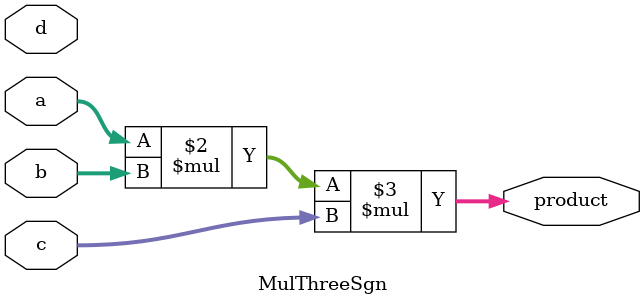
<source format=sv>

module MulThreeSgn #(
    parameter BW = 8
)  // Parameterized width for the multiplier
(
    input logic  signed [BW-1:0]   a,
    input logic  signed [BW-1:0]   b,
    input logic  signed [BW-1:0]   c,
    input logic  signed [BW-1:0]   d,
    output logic signed  [BW-1:0]  product
);  

    always_comb begin
        product = a * b * c;
    end
endmodule
</source>
